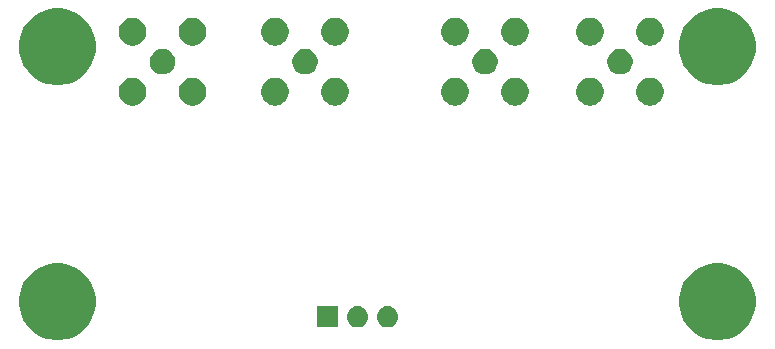
<source format=gbr>
G04 #@! TF.GenerationSoftware,KiCad,Pcbnew,(5.1.2)-2*
G04 #@! TF.CreationDate,2019-07-04T23:02:13+08:00*
G04 #@! TF.ProjectId,ADA4522,41444134-3532-4322-9e6b-696361645f70,rev?*
G04 #@! TF.SameCoordinates,Original*
G04 #@! TF.FileFunction,Soldermask,Bot*
G04 #@! TF.FilePolarity,Negative*
%FSLAX46Y46*%
G04 Gerber Fmt 4.6, Leading zero omitted, Abs format (unit mm)*
G04 Created by KiCad (PCBNEW (5.1.2)-2) date 2019-07-04 23:02:13*
%MOMM*%
%LPD*%
G04 APERTURE LIST*
%ADD10C,0.100000*%
G04 APERTURE END LIST*
D10*
G36*
X175894239Y-89521467D02*
G01*
X176208282Y-89583934D01*
X176799926Y-89829001D01*
X177332392Y-90184784D01*
X177785216Y-90637608D01*
X178140999Y-91170074D01*
X178386066Y-91761718D01*
X178511000Y-92389804D01*
X178511000Y-93030196D01*
X178386066Y-93658282D01*
X178140999Y-94249926D01*
X177893599Y-94620185D01*
X177818367Y-94732779D01*
X177785216Y-94782392D01*
X177332392Y-95235216D01*
X176799926Y-95590999D01*
X176208282Y-95836066D01*
X175894239Y-95898533D01*
X175580197Y-95961000D01*
X174939803Y-95961000D01*
X174625761Y-95898533D01*
X174311718Y-95836066D01*
X173720074Y-95590999D01*
X173187608Y-95235216D01*
X172734784Y-94782392D01*
X172701634Y-94732779D01*
X172626401Y-94620185D01*
X172379001Y-94249926D01*
X172133934Y-93658282D01*
X172009000Y-93030196D01*
X172009000Y-92389804D01*
X172133934Y-91761718D01*
X172379001Y-91170074D01*
X172734784Y-90637608D01*
X173187608Y-90184784D01*
X173720074Y-89829001D01*
X174311718Y-89583934D01*
X174625761Y-89521467D01*
X174939803Y-89459000D01*
X175580197Y-89459000D01*
X175894239Y-89521467D01*
X175894239Y-89521467D01*
G37*
G36*
X120014239Y-89521467D02*
G01*
X120328282Y-89583934D01*
X120919926Y-89829001D01*
X121452392Y-90184784D01*
X121905216Y-90637608D01*
X122260999Y-91170074D01*
X122506066Y-91761718D01*
X122631000Y-92389804D01*
X122631000Y-93030196D01*
X122506066Y-93658282D01*
X122260999Y-94249926D01*
X122013599Y-94620185D01*
X121938367Y-94732779D01*
X121905216Y-94782392D01*
X121452392Y-95235216D01*
X120919926Y-95590999D01*
X120328282Y-95836066D01*
X120014239Y-95898533D01*
X119700197Y-95961000D01*
X119059803Y-95961000D01*
X118745761Y-95898533D01*
X118431718Y-95836066D01*
X117840074Y-95590999D01*
X117307608Y-95235216D01*
X116854784Y-94782392D01*
X116821634Y-94732779D01*
X116746401Y-94620185D01*
X116499001Y-94249926D01*
X116253934Y-93658282D01*
X116129000Y-93030196D01*
X116129000Y-92389804D01*
X116253934Y-91761718D01*
X116499001Y-91170074D01*
X116854784Y-90637608D01*
X117307608Y-90184784D01*
X117840074Y-89829001D01*
X118431718Y-89583934D01*
X118745761Y-89521467D01*
X119059803Y-89459000D01*
X119700197Y-89459000D01*
X120014239Y-89521467D01*
X120014239Y-89521467D01*
G37*
G36*
X143141000Y-94881000D02*
G01*
X141339000Y-94881000D01*
X141339000Y-93079000D01*
X143141000Y-93079000D01*
X143141000Y-94881000D01*
X143141000Y-94881000D01*
G37*
G36*
X147430443Y-93085519D02*
G01*
X147496627Y-93092037D01*
X147666466Y-93143557D01*
X147822991Y-93227222D01*
X147858729Y-93256552D01*
X147960186Y-93339814D01*
X148043448Y-93441271D01*
X148072778Y-93477009D01*
X148156443Y-93633534D01*
X148207963Y-93803373D01*
X148225359Y-93980000D01*
X148207963Y-94156627D01*
X148156443Y-94326466D01*
X148072778Y-94482991D01*
X148043448Y-94518729D01*
X147960186Y-94620186D01*
X147858729Y-94703448D01*
X147822991Y-94732778D01*
X147666466Y-94816443D01*
X147496627Y-94867963D01*
X147430443Y-94874481D01*
X147364260Y-94881000D01*
X147275740Y-94881000D01*
X147209557Y-94874481D01*
X147143373Y-94867963D01*
X146973534Y-94816443D01*
X146817009Y-94732778D01*
X146781271Y-94703448D01*
X146679814Y-94620186D01*
X146596552Y-94518729D01*
X146567222Y-94482991D01*
X146483557Y-94326466D01*
X146432037Y-94156627D01*
X146414641Y-93980000D01*
X146432037Y-93803373D01*
X146483557Y-93633534D01*
X146567222Y-93477009D01*
X146596552Y-93441271D01*
X146679814Y-93339814D01*
X146781271Y-93256552D01*
X146817009Y-93227222D01*
X146973534Y-93143557D01*
X147143373Y-93092037D01*
X147209557Y-93085519D01*
X147275740Y-93079000D01*
X147364260Y-93079000D01*
X147430443Y-93085519D01*
X147430443Y-93085519D01*
G37*
G36*
X144890443Y-93085519D02*
G01*
X144956627Y-93092037D01*
X145126466Y-93143557D01*
X145282991Y-93227222D01*
X145318729Y-93256552D01*
X145420186Y-93339814D01*
X145503448Y-93441271D01*
X145532778Y-93477009D01*
X145616443Y-93633534D01*
X145667963Y-93803373D01*
X145685359Y-93980000D01*
X145667963Y-94156627D01*
X145616443Y-94326466D01*
X145532778Y-94482991D01*
X145503448Y-94518729D01*
X145420186Y-94620186D01*
X145318729Y-94703448D01*
X145282991Y-94732778D01*
X145126466Y-94816443D01*
X144956627Y-94867963D01*
X144890443Y-94874481D01*
X144824260Y-94881000D01*
X144735740Y-94881000D01*
X144669557Y-94874481D01*
X144603373Y-94867963D01*
X144433534Y-94816443D01*
X144277009Y-94732778D01*
X144241271Y-94703448D01*
X144139814Y-94620186D01*
X144056552Y-94518729D01*
X144027222Y-94482991D01*
X143943557Y-94326466D01*
X143892037Y-94156627D01*
X143874641Y-93980000D01*
X143892037Y-93803373D01*
X143943557Y-93633534D01*
X144027222Y-93477009D01*
X144056552Y-93441271D01*
X144139814Y-93339814D01*
X144241271Y-93256552D01*
X144277009Y-93227222D01*
X144433534Y-93143557D01*
X144603373Y-93092037D01*
X144669557Y-93085519D01*
X144735740Y-93079000D01*
X144824260Y-93079000D01*
X144890443Y-93085519D01*
X144890443Y-93085519D01*
G37*
G36*
X164656560Y-73769064D02*
G01*
X164808027Y-73799193D01*
X165022045Y-73887842D01*
X165022046Y-73887843D01*
X165214654Y-74016539D01*
X165378461Y-74180346D01*
X165464258Y-74308751D01*
X165507158Y-74372955D01*
X165595807Y-74586973D01*
X165641000Y-74814174D01*
X165641000Y-75045826D01*
X165595807Y-75273027D01*
X165507158Y-75487045D01*
X165507157Y-75487046D01*
X165378461Y-75679654D01*
X165214654Y-75843461D01*
X165086249Y-75929258D01*
X165022045Y-75972158D01*
X164808027Y-76060807D01*
X164656560Y-76090936D01*
X164580827Y-76106000D01*
X164349173Y-76106000D01*
X164273440Y-76090936D01*
X164121973Y-76060807D01*
X163907955Y-75972158D01*
X163843751Y-75929258D01*
X163715346Y-75843461D01*
X163551539Y-75679654D01*
X163422843Y-75487046D01*
X163422842Y-75487045D01*
X163334193Y-75273027D01*
X163289000Y-75045826D01*
X163289000Y-74814174D01*
X163334193Y-74586973D01*
X163422842Y-74372955D01*
X163465742Y-74308751D01*
X163551539Y-74180346D01*
X163715346Y-74016539D01*
X163907954Y-73887843D01*
X163907955Y-73887842D01*
X164121973Y-73799193D01*
X164273440Y-73769064D01*
X164349173Y-73754000D01*
X164580827Y-73754000D01*
X164656560Y-73769064D01*
X164656560Y-73769064D01*
G37*
G36*
X153226560Y-73769064D02*
G01*
X153378027Y-73799193D01*
X153592045Y-73887842D01*
X153592046Y-73887843D01*
X153784654Y-74016539D01*
X153948461Y-74180346D01*
X154034258Y-74308751D01*
X154077158Y-74372955D01*
X154165807Y-74586973D01*
X154211000Y-74814174D01*
X154211000Y-75045826D01*
X154165807Y-75273027D01*
X154077158Y-75487045D01*
X154077157Y-75487046D01*
X153948461Y-75679654D01*
X153784654Y-75843461D01*
X153656249Y-75929258D01*
X153592045Y-75972158D01*
X153378027Y-76060807D01*
X153226560Y-76090936D01*
X153150827Y-76106000D01*
X152919173Y-76106000D01*
X152843440Y-76090936D01*
X152691973Y-76060807D01*
X152477955Y-75972158D01*
X152413751Y-75929258D01*
X152285346Y-75843461D01*
X152121539Y-75679654D01*
X151992843Y-75487046D01*
X151992842Y-75487045D01*
X151904193Y-75273027D01*
X151859000Y-75045826D01*
X151859000Y-74814174D01*
X151904193Y-74586973D01*
X151992842Y-74372955D01*
X152035742Y-74308751D01*
X152121539Y-74180346D01*
X152285346Y-74016539D01*
X152477954Y-73887843D01*
X152477955Y-73887842D01*
X152691973Y-73799193D01*
X152843440Y-73769064D01*
X152919173Y-73754000D01*
X153150827Y-73754000D01*
X153226560Y-73769064D01*
X153226560Y-73769064D01*
G37*
G36*
X158306560Y-73769064D02*
G01*
X158458027Y-73799193D01*
X158672045Y-73887842D01*
X158672046Y-73887843D01*
X158864654Y-74016539D01*
X159028461Y-74180346D01*
X159114258Y-74308751D01*
X159157158Y-74372955D01*
X159245807Y-74586973D01*
X159291000Y-74814174D01*
X159291000Y-75045826D01*
X159245807Y-75273027D01*
X159157158Y-75487045D01*
X159157157Y-75487046D01*
X159028461Y-75679654D01*
X158864654Y-75843461D01*
X158736249Y-75929258D01*
X158672045Y-75972158D01*
X158458027Y-76060807D01*
X158306560Y-76090936D01*
X158230827Y-76106000D01*
X157999173Y-76106000D01*
X157923440Y-76090936D01*
X157771973Y-76060807D01*
X157557955Y-75972158D01*
X157493751Y-75929258D01*
X157365346Y-75843461D01*
X157201539Y-75679654D01*
X157072843Y-75487046D01*
X157072842Y-75487045D01*
X156984193Y-75273027D01*
X156939000Y-75045826D01*
X156939000Y-74814174D01*
X156984193Y-74586973D01*
X157072842Y-74372955D01*
X157115742Y-74308751D01*
X157201539Y-74180346D01*
X157365346Y-74016539D01*
X157557954Y-73887843D01*
X157557955Y-73887842D01*
X157771973Y-73799193D01*
X157923440Y-73769064D01*
X157999173Y-73754000D01*
X158230827Y-73754000D01*
X158306560Y-73769064D01*
X158306560Y-73769064D01*
G37*
G36*
X169736560Y-73769064D02*
G01*
X169888027Y-73799193D01*
X170102045Y-73887842D01*
X170102046Y-73887843D01*
X170294654Y-74016539D01*
X170458461Y-74180346D01*
X170544258Y-74308751D01*
X170587158Y-74372955D01*
X170675807Y-74586973D01*
X170721000Y-74814174D01*
X170721000Y-75045826D01*
X170675807Y-75273027D01*
X170587158Y-75487045D01*
X170587157Y-75487046D01*
X170458461Y-75679654D01*
X170294654Y-75843461D01*
X170166249Y-75929258D01*
X170102045Y-75972158D01*
X169888027Y-76060807D01*
X169736560Y-76090936D01*
X169660827Y-76106000D01*
X169429173Y-76106000D01*
X169353440Y-76090936D01*
X169201973Y-76060807D01*
X168987955Y-75972158D01*
X168923751Y-75929258D01*
X168795346Y-75843461D01*
X168631539Y-75679654D01*
X168502843Y-75487046D01*
X168502842Y-75487045D01*
X168414193Y-75273027D01*
X168369000Y-75045826D01*
X168369000Y-74814174D01*
X168414193Y-74586973D01*
X168502842Y-74372955D01*
X168545742Y-74308751D01*
X168631539Y-74180346D01*
X168795346Y-74016539D01*
X168987954Y-73887843D01*
X168987955Y-73887842D01*
X169201973Y-73799193D01*
X169353440Y-73769064D01*
X169429173Y-73754000D01*
X169660827Y-73754000D01*
X169736560Y-73769064D01*
X169736560Y-73769064D01*
G37*
G36*
X137986560Y-73769064D02*
G01*
X138138027Y-73799193D01*
X138352045Y-73887842D01*
X138352046Y-73887843D01*
X138544654Y-74016539D01*
X138708461Y-74180346D01*
X138794258Y-74308751D01*
X138837158Y-74372955D01*
X138925807Y-74586973D01*
X138971000Y-74814174D01*
X138971000Y-75045826D01*
X138925807Y-75273027D01*
X138837158Y-75487045D01*
X138837157Y-75487046D01*
X138708461Y-75679654D01*
X138544654Y-75843461D01*
X138416249Y-75929258D01*
X138352045Y-75972158D01*
X138138027Y-76060807D01*
X137986560Y-76090936D01*
X137910827Y-76106000D01*
X137679173Y-76106000D01*
X137603440Y-76090936D01*
X137451973Y-76060807D01*
X137237955Y-75972158D01*
X137173751Y-75929258D01*
X137045346Y-75843461D01*
X136881539Y-75679654D01*
X136752843Y-75487046D01*
X136752842Y-75487045D01*
X136664193Y-75273027D01*
X136619000Y-75045826D01*
X136619000Y-74814174D01*
X136664193Y-74586973D01*
X136752842Y-74372955D01*
X136795742Y-74308751D01*
X136881539Y-74180346D01*
X137045346Y-74016539D01*
X137237954Y-73887843D01*
X137237955Y-73887842D01*
X137451973Y-73799193D01*
X137603440Y-73769064D01*
X137679173Y-73754000D01*
X137910827Y-73754000D01*
X137986560Y-73769064D01*
X137986560Y-73769064D01*
G37*
G36*
X143066560Y-73769064D02*
G01*
X143218027Y-73799193D01*
X143432045Y-73887842D01*
X143432046Y-73887843D01*
X143624654Y-74016539D01*
X143788461Y-74180346D01*
X143874258Y-74308751D01*
X143917158Y-74372955D01*
X144005807Y-74586973D01*
X144051000Y-74814174D01*
X144051000Y-75045826D01*
X144005807Y-75273027D01*
X143917158Y-75487045D01*
X143917157Y-75487046D01*
X143788461Y-75679654D01*
X143624654Y-75843461D01*
X143496249Y-75929258D01*
X143432045Y-75972158D01*
X143218027Y-76060807D01*
X143066560Y-76090936D01*
X142990827Y-76106000D01*
X142759173Y-76106000D01*
X142683440Y-76090936D01*
X142531973Y-76060807D01*
X142317955Y-75972158D01*
X142253751Y-75929258D01*
X142125346Y-75843461D01*
X141961539Y-75679654D01*
X141832843Y-75487046D01*
X141832842Y-75487045D01*
X141744193Y-75273027D01*
X141699000Y-75045826D01*
X141699000Y-74814174D01*
X141744193Y-74586973D01*
X141832842Y-74372955D01*
X141875742Y-74308751D01*
X141961539Y-74180346D01*
X142125346Y-74016539D01*
X142317954Y-73887843D01*
X142317955Y-73887842D01*
X142531973Y-73799193D01*
X142683440Y-73769064D01*
X142759173Y-73754000D01*
X142990827Y-73754000D01*
X143066560Y-73769064D01*
X143066560Y-73769064D01*
G37*
G36*
X131001560Y-73769064D02*
G01*
X131153027Y-73799193D01*
X131367045Y-73887842D01*
X131367046Y-73887843D01*
X131559654Y-74016539D01*
X131723461Y-74180346D01*
X131809258Y-74308751D01*
X131852158Y-74372955D01*
X131940807Y-74586973D01*
X131986000Y-74814174D01*
X131986000Y-75045826D01*
X131940807Y-75273027D01*
X131852158Y-75487045D01*
X131852157Y-75487046D01*
X131723461Y-75679654D01*
X131559654Y-75843461D01*
X131431249Y-75929258D01*
X131367045Y-75972158D01*
X131153027Y-76060807D01*
X131001560Y-76090936D01*
X130925827Y-76106000D01*
X130694173Y-76106000D01*
X130618440Y-76090936D01*
X130466973Y-76060807D01*
X130252955Y-75972158D01*
X130188751Y-75929258D01*
X130060346Y-75843461D01*
X129896539Y-75679654D01*
X129767843Y-75487046D01*
X129767842Y-75487045D01*
X129679193Y-75273027D01*
X129634000Y-75045826D01*
X129634000Y-74814174D01*
X129679193Y-74586973D01*
X129767842Y-74372955D01*
X129810742Y-74308751D01*
X129896539Y-74180346D01*
X130060346Y-74016539D01*
X130252954Y-73887843D01*
X130252955Y-73887842D01*
X130466973Y-73799193D01*
X130618440Y-73769064D01*
X130694173Y-73754000D01*
X130925827Y-73754000D01*
X131001560Y-73769064D01*
X131001560Y-73769064D01*
G37*
G36*
X125921560Y-73769064D02*
G01*
X126073027Y-73799193D01*
X126287045Y-73887842D01*
X126287046Y-73887843D01*
X126479654Y-74016539D01*
X126643461Y-74180346D01*
X126729258Y-74308751D01*
X126772158Y-74372955D01*
X126860807Y-74586973D01*
X126906000Y-74814174D01*
X126906000Y-75045826D01*
X126860807Y-75273027D01*
X126772158Y-75487045D01*
X126772157Y-75487046D01*
X126643461Y-75679654D01*
X126479654Y-75843461D01*
X126351249Y-75929258D01*
X126287045Y-75972158D01*
X126073027Y-76060807D01*
X125921560Y-76090936D01*
X125845827Y-76106000D01*
X125614173Y-76106000D01*
X125538440Y-76090936D01*
X125386973Y-76060807D01*
X125172955Y-75972158D01*
X125108751Y-75929258D01*
X124980346Y-75843461D01*
X124816539Y-75679654D01*
X124687843Y-75487046D01*
X124687842Y-75487045D01*
X124599193Y-75273027D01*
X124554000Y-75045826D01*
X124554000Y-74814174D01*
X124599193Y-74586973D01*
X124687842Y-74372955D01*
X124730742Y-74308751D01*
X124816539Y-74180346D01*
X124980346Y-74016539D01*
X125172954Y-73887843D01*
X125172955Y-73887842D01*
X125386973Y-73799193D01*
X125538440Y-73769064D01*
X125614173Y-73754000D01*
X125845827Y-73754000D01*
X125921560Y-73769064D01*
X125921560Y-73769064D01*
G37*
G36*
X120014239Y-67931467D02*
G01*
X120328282Y-67993934D01*
X120919926Y-68239001D01*
X121346477Y-68524014D01*
X121452391Y-68594783D01*
X121905217Y-69047609D01*
X121975986Y-69153523D01*
X122260999Y-69580074D01*
X122506066Y-70171718D01*
X122552875Y-70407045D01*
X122631000Y-70799803D01*
X122631000Y-71440197D01*
X122608320Y-71554216D01*
X122506066Y-72068282D01*
X122260999Y-72659926D01*
X121905216Y-73192392D01*
X121452392Y-73645216D01*
X120919926Y-74000999D01*
X120328282Y-74246066D01*
X120014239Y-74308533D01*
X119700197Y-74371000D01*
X119059803Y-74371000D01*
X118745761Y-74308533D01*
X118431718Y-74246066D01*
X117840074Y-74000999D01*
X117307608Y-73645216D01*
X116854784Y-73192392D01*
X116499001Y-72659926D01*
X116253934Y-72068282D01*
X116151680Y-71554216D01*
X116129000Y-71440197D01*
X116129000Y-70799803D01*
X116207125Y-70407045D01*
X116253934Y-70171718D01*
X116499001Y-69580074D01*
X116784014Y-69153523D01*
X116854783Y-69047609D01*
X117307609Y-68594783D01*
X117413523Y-68524014D01*
X117840074Y-68239001D01*
X118431718Y-67993934D01*
X118745761Y-67931467D01*
X119059803Y-67869000D01*
X119700197Y-67869000D01*
X120014239Y-67931467D01*
X120014239Y-67931467D01*
G37*
G36*
X175894239Y-67931467D02*
G01*
X176208282Y-67993934D01*
X176799926Y-68239001D01*
X177226477Y-68524014D01*
X177332391Y-68594783D01*
X177785217Y-69047609D01*
X177855986Y-69153523D01*
X178140999Y-69580074D01*
X178386066Y-70171718D01*
X178432875Y-70407045D01*
X178511000Y-70799803D01*
X178511000Y-71440197D01*
X178488320Y-71554216D01*
X178386066Y-72068282D01*
X178140999Y-72659926D01*
X177785216Y-73192392D01*
X177332392Y-73645216D01*
X176799926Y-74000999D01*
X176208282Y-74246066D01*
X175894239Y-74308533D01*
X175580197Y-74371000D01*
X174939803Y-74371000D01*
X174625761Y-74308533D01*
X174311718Y-74246066D01*
X173720074Y-74000999D01*
X173187608Y-73645216D01*
X172734784Y-73192392D01*
X172379001Y-72659926D01*
X172133934Y-72068282D01*
X172031680Y-71554216D01*
X172009000Y-71440197D01*
X172009000Y-70799803D01*
X172087125Y-70407045D01*
X172133934Y-70171718D01*
X172379001Y-69580074D01*
X172664014Y-69153523D01*
X172734783Y-69047609D01*
X173187609Y-68594783D01*
X173293523Y-68524014D01*
X173720074Y-68239001D01*
X174311718Y-67993934D01*
X174625761Y-67931467D01*
X174939803Y-67869000D01*
X175580197Y-67869000D01*
X175894239Y-67931467D01*
X175894239Y-67931467D01*
G37*
G36*
X155750271Y-71327783D02*
G01*
X155888858Y-71355350D01*
X156084677Y-71436461D01*
X156260910Y-71554216D01*
X156410784Y-71704090D01*
X156528539Y-71880323D01*
X156609650Y-72076142D01*
X156651000Y-72284023D01*
X156651000Y-72495977D01*
X156609650Y-72703858D01*
X156528539Y-72899677D01*
X156410784Y-73075910D01*
X156260910Y-73225784D01*
X156084677Y-73343539D01*
X155888858Y-73424650D01*
X155750271Y-73452217D01*
X155680978Y-73466000D01*
X155469022Y-73466000D01*
X155399729Y-73452217D01*
X155261142Y-73424650D01*
X155065323Y-73343539D01*
X154889090Y-73225784D01*
X154739216Y-73075910D01*
X154621461Y-72899677D01*
X154540350Y-72703858D01*
X154499000Y-72495977D01*
X154499000Y-72284023D01*
X154540350Y-72076142D01*
X154621461Y-71880323D01*
X154739216Y-71704090D01*
X154889090Y-71554216D01*
X155065323Y-71436461D01*
X155261142Y-71355350D01*
X155399729Y-71327783D01*
X155469022Y-71314000D01*
X155680978Y-71314000D01*
X155750271Y-71327783D01*
X155750271Y-71327783D01*
G37*
G36*
X167180271Y-71327783D02*
G01*
X167318858Y-71355350D01*
X167514677Y-71436461D01*
X167690910Y-71554216D01*
X167840784Y-71704090D01*
X167958539Y-71880323D01*
X168039650Y-72076142D01*
X168081000Y-72284023D01*
X168081000Y-72495977D01*
X168039650Y-72703858D01*
X167958539Y-72899677D01*
X167840784Y-73075910D01*
X167690910Y-73225784D01*
X167514677Y-73343539D01*
X167318858Y-73424650D01*
X167180271Y-73452217D01*
X167110978Y-73466000D01*
X166899022Y-73466000D01*
X166829729Y-73452217D01*
X166691142Y-73424650D01*
X166495323Y-73343539D01*
X166319090Y-73225784D01*
X166169216Y-73075910D01*
X166051461Y-72899677D01*
X165970350Y-72703858D01*
X165929000Y-72495977D01*
X165929000Y-72284023D01*
X165970350Y-72076142D01*
X166051461Y-71880323D01*
X166169216Y-71704090D01*
X166319090Y-71554216D01*
X166495323Y-71436461D01*
X166691142Y-71355350D01*
X166829729Y-71327783D01*
X166899022Y-71314000D01*
X167110978Y-71314000D01*
X167180271Y-71327783D01*
X167180271Y-71327783D01*
G37*
G36*
X128445271Y-71327783D02*
G01*
X128583858Y-71355350D01*
X128779677Y-71436461D01*
X128955910Y-71554216D01*
X129105784Y-71704090D01*
X129223539Y-71880323D01*
X129304650Y-72076142D01*
X129346000Y-72284023D01*
X129346000Y-72495977D01*
X129304650Y-72703858D01*
X129223539Y-72899677D01*
X129105784Y-73075910D01*
X128955910Y-73225784D01*
X128779677Y-73343539D01*
X128583858Y-73424650D01*
X128445271Y-73452217D01*
X128375978Y-73466000D01*
X128164022Y-73466000D01*
X128094729Y-73452217D01*
X127956142Y-73424650D01*
X127760323Y-73343539D01*
X127584090Y-73225784D01*
X127434216Y-73075910D01*
X127316461Y-72899677D01*
X127235350Y-72703858D01*
X127194000Y-72495977D01*
X127194000Y-72284023D01*
X127235350Y-72076142D01*
X127316461Y-71880323D01*
X127434216Y-71704090D01*
X127584090Y-71554216D01*
X127760323Y-71436461D01*
X127956142Y-71355350D01*
X128094729Y-71327783D01*
X128164022Y-71314000D01*
X128375978Y-71314000D01*
X128445271Y-71327783D01*
X128445271Y-71327783D01*
G37*
G36*
X140510271Y-71327783D02*
G01*
X140648858Y-71355350D01*
X140844677Y-71436461D01*
X141020910Y-71554216D01*
X141170784Y-71704090D01*
X141288539Y-71880323D01*
X141369650Y-72076142D01*
X141411000Y-72284023D01*
X141411000Y-72495977D01*
X141369650Y-72703858D01*
X141288539Y-72899677D01*
X141170784Y-73075910D01*
X141020910Y-73225784D01*
X140844677Y-73343539D01*
X140648858Y-73424650D01*
X140510271Y-73452217D01*
X140440978Y-73466000D01*
X140229022Y-73466000D01*
X140159729Y-73452217D01*
X140021142Y-73424650D01*
X139825323Y-73343539D01*
X139649090Y-73225784D01*
X139499216Y-73075910D01*
X139381461Y-72899677D01*
X139300350Y-72703858D01*
X139259000Y-72495977D01*
X139259000Y-72284023D01*
X139300350Y-72076142D01*
X139381461Y-71880323D01*
X139499216Y-71704090D01*
X139649090Y-71554216D01*
X139825323Y-71436461D01*
X140021142Y-71355350D01*
X140159729Y-71327783D01*
X140229022Y-71314000D01*
X140440978Y-71314000D01*
X140510271Y-71327783D01*
X140510271Y-71327783D01*
G37*
G36*
X158306560Y-68689064D02*
G01*
X158458027Y-68719193D01*
X158672045Y-68807842D01*
X158672046Y-68807843D01*
X158864654Y-68936539D01*
X159028461Y-69100346D01*
X159114258Y-69228751D01*
X159157158Y-69292955D01*
X159245807Y-69506973D01*
X159291000Y-69734174D01*
X159291000Y-69965826D01*
X159245807Y-70193027D01*
X159157158Y-70407045D01*
X159157157Y-70407046D01*
X159028461Y-70599654D01*
X158864654Y-70763461D01*
X158736249Y-70849258D01*
X158672045Y-70892158D01*
X158458027Y-70980807D01*
X158306560Y-71010936D01*
X158230827Y-71026000D01*
X157999173Y-71026000D01*
X157923440Y-71010936D01*
X157771973Y-70980807D01*
X157557955Y-70892158D01*
X157493751Y-70849258D01*
X157365346Y-70763461D01*
X157201539Y-70599654D01*
X157072843Y-70407046D01*
X157072842Y-70407045D01*
X156984193Y-70193027D01*
X156939000Y-69965826D01*
X156939000Y-69734174D01*
X156984193Y-69506973D01*
X157072842Y-69292955D01*
X157115742Y-69228751D01*
X157201539Y-69100346D01*
X157365346Y-68936539D01*
X157557954Y-68807843D01*
X157557955Y-68807842D01*
X157771973Y-68719193D01*
X157923440Y-68689064D01*
X157999173Y-68674000D01*
X158230827Y-68674000D01*
X158306560Y-68689064D01*
X158306560Y-68689064D01*
G37*
G36*
X153226560Y-68689064D02*
G01*
X153378027Y-68719193D01*
X153592045Y-68807842D01*
X153592046Y-68807843D01*
X153784654Y-68936539D01*
X153948461Y-69100346D01*
X154034258Y-69228751D01*
X154077158Y-69292955D01*
X154165807Y-69506973D01*
X154211000Y-69734174D01*
X154211000Y-69965826D01*
X154165807Y-70193027D01*
X154077158Y-70407045D01*
X154077157Y-70407046D01*
X153948461Y-70599654D01*
X153784654Y-70763461D01*
X153656249Y-70849258D01*
X153592045Y-70892158D01*
X153378027Y-70980807D01*
X153226560Y-71010936D01*
X153150827Y-71026000D01*
X152919173Y-71026000D01*
X152843440Y-71010936D01*
X152691973Y-70980807D01*
X152477955Y-70892158D01*
X152413751Y-70849258D01*
X152285346Y-70763461D01*
X152121539Y-70599654D01*
X151992843Y-70407046D01*
X151992842Y-70407045D01*
X151904193Y-70193027D01*
X151859000Y-69965826D01*
X151859000Y-69734174D01*
X151904193Y-69506973D01*
X151992842Y-69292955D01*
X152035742Y-69228751D01*
X152121539Y-69100346D01*
X152285346Y-68936539D01*
X152477954Y-68807843D01*
X152477955Y-68807842D01*
X152691973Y-68719193D01*
X152843440Y-68689064D01*
X152919173Y-68674000D01*
X153150827Y-68674000D01*
X153226560Y-68689064D01*
X153226560Y-68689064D01*
G37*
G36*
X131001560Y-68689064D02*
G01*
X131153027Y-68719193D01*
X131367045Y-68807842D01*
X131367046Y-68807843D01*
X131559654Y-68936539D01*
X131723461Y-69100346D01*
X131809258Y-69228751D01*
X131852158Y-69292955D01*
X131940807Y-69506973D01*
X131986000Y-69734174D01*
X131986000Y-69965826D01*
X131940807Y-70193027D01*
X131852158Y-70407045D01*
X131852157Y-70407046D01*
X131723461Y-70599654D01*
X131559654Y-70763461D01*
X131431249Y-70849258D01*
X131367045Y-70892158D01*
X131153027Y-70980807D01*
X131001560Y-71010936D01*
X130925827Y-71026000D01*
X130694173Y-71026000D01*
X130618440Y-71010936D01*
X130466973Y-70980807D01*
X130252955Y-70892158D01*
X130188751Y-70849258D01*
X130060346Y-70763461D01*
X129896539Y-70599654D01*
X129767843Y-70407046D01*
X129767842Y-70407045D01*
X129679193Y-70193027D01*
X129634000Y-69965826D01*
X129634000Y-69734174D01*
X129679193Y-69506973D01*
X129767842Y-69292955D01*
X129810742Y-69228751D01*
X129896539Y-69100346D01*
X130060346Y-68936539D01*
X130252954Y-68807843D01*
X130252955Y-68807842D01*
X130466973Y-68719193D01*
X130618440Y-68689064D01*
X130694173Y-68674000D01*
X130925827Y-68674000D01*
X131001560Y-68689064D01*
X131001560Y-68689064D01*
G37*
G36*
X137986560Y-68689064D02*
G01*
X138138027Y-68719193D01*
X138352045Y-68807842D01*
X138352046Y-68807843D01*
X138544654Y-68936539D01*
X138708461Y-69100346D01*
X138794258Y-69228751D01*
X138837158Y-69292955D01*
X138925807Y-69506973D01*
X138971000Y-69734174D01*
X138971000Y-69965826D01*
X138925807Y-70193027D01*
X138837158Y-70407045D01*
X138837157Y-70407046D01*
X138708461Y-70599654D01*
X138544654Y-70763461D01*
X138416249Y-70849258D01*
X138352045Y-70892158D01*
X138138027Y-70980807D01*
X137986560Y-71010936D01*
X137910827Y-71026000D01*
X137679173Y-71026000D01*
X137603440Y-71010936D01*
X137451973Y-70980807D01*
X137237955Y-70892158D01*
X137173751Y-70849258D01*
X137045346Y-70763461D01*
X136881539Y-70599654D01*
X136752843Y-70407046D01*
X136752842Y-70407045D01*
X136664193Y-70193027D01*
X136619000Y-69965826D01*
X136619000Y-69734174D01*
X136664193Y-69506973D01*
X136752842Y-69292955D01*
X136795742Y-69228751D01*
X136881539Y-69100346D01*
X137045346Y-68936539D01*
X137237954Y-68807843D01*
X137237955Y-68807842D01*
X137451973Y-68719193D01*
X137603440Y-68689064D01*
X137679173Y-68674000D01*
X137910827Y-68674000D01*
X137986560Y-68689064D01*
X137986560Y-68689064D01*
G37*
G36*
X143066560Y-68689064D02*
G01*
X143218027Y-68719193D01*
X143432045Y-68807842D01*
X143432046Y-68807843D01*
X143624654Y-68936539D01*
X143788461Y-69100346D01*
X143874258Y-69228751D01*
X143917158Y-69292955D01*
X144005807Y-69506973D01*
X144051000Y-69734174D01*
X144051000Y-69965826D01*
X144005807Y-70193027D01*
X143917158Y-70407045D01*
X143917157Y-70407046D01*
X143788461Y-70599654D01*
X143624654Y-70763461D01*
X143496249Y-70849258D01*
X143432045Y-70892158D01*
X143218027Y-70980807D01*
X143066560Y-71010936D01*
X142990827Y-71026000D01*
X142759173Y-71026000D01*
X142683440Y-71010936D01*
X142531973Y-70980807D01*
X142317955Y-70892158D01*
X142253751Y-70849258D01*
X142125346Y-70763461D01*
X141961539Y-70599654D01*
X141832843Y-70407046D01*
X141832842Y-70407045D01*
X141744193Y-70193027D01*
X141699000Y-69965826D01*
X141699000Y-69734174D01*
X141744193Y-69506973D01*
X141832842Y-69292955D01*
X141875742Y-69228751D01*
X141961539Y-69100346D01*
X142125346Y-68936539D01*
X142317954Y-68807843D01*
X142317955Y-68807842D01*
X142531973Y-68719193D01*
X142683440Y-68689064D01*
X142759173Y-68674000D01*
X142990827Y-68674000D01*
X143066560Y-68689064D01*
X143066560Y-68689064D01*
G37*
G36*
X125921560Y-68689064D02*
G01*
X126073027Y-68719193D01*
X126287045Y-68807842D01*
X126287046Y-68807843D01*
X126479654Y-68936539D01*
X126643461Y-69100346D01*
X126729258Y-69228751D01*
X126772158Y-69292955D01*
X126860807Y-69506973D01*
X126906000Y-69734174D01*
X126906000Y-69965826D01*
X126860807Y-70193027D01*
X126772158Y-70407045D01*
X126772157Y-70407046D01*
X126643461Y-70599654D01*
X126479654Y-70763461D01*
X126351249Y-70849258D01*
X126287045Y-70892158D01*
X126073027Y-70980807D01*
X125921560Y-71010936D01*
X125845827Y-71026000D01*
X125614173Y-71026000D01*
X125538440Y-71010936D01*
X125386973Y-70980807D01*
X125172955Y-70892158D01*
X125108751Y-70849258D01*
X124980346Y-70763461D01*
X124816539Y-70599654D01*
X124687843Y-70407046D01*
X124687842Y-70407045D01*
X124599193Y-70193027D01*
X124554000Y-69965826D01*
X124554000Y-69734174D01*
X124599193Y-69506973D01*
X124687842Y-69292955D01*
X124730742Y-69228751D01*
X124816539Y-69100346D01*
X124980346Y-68936539D01*
X125172954Y-68807843D01*
X125172955Y-68807842D01*
X125386973Y-68719193D01*
X125538440Y-68689064D01*
X125614173Y-68674000D01*
X125845827Y-68674000D01*
X125921560Y-68689064D01*
X125921560Y-68689064D01*
G37*
G36*
X169736560Y-68689064D02*
G01*
X169888027Y-68719193D01*
X170102045Y-68807842D01*
X170102046Y-68807843D01*
X170294654Y-68936539D01*
X170458461Y-69100346D01*
X170544258Y-69228751D01*
X170587158Y-69292955D01*
X170675807Y-69506973D01*
X170721000Y-69734174D01*
X170721000Y-69965826D01*
X170675807Y-70193027D01*
X170587158Y-70407045D01*
X170587157Y-70407046D01*
X170458461Y-70599654D01*
X170294654Y-70763461D01*
X170166249Y-70849258D01*
X170102045Y-70892158D01*
X169888027Y-70980807D01*
X169736560Y-71010936D01*
X169660827Y-71026000D01*
X169429173Y-71026000D01*
X169353440Y-71010936D01*
X169201973Y-70980807D01*
X168987955Y-70892158D01*
X168923751Y-70849258D01*
X168795346Y-70763461D01*
X168631539Y-70599654D01*
X168502843Y-70407046D01*
X168502842Y-70407045D01*
X168414193Y-70193027D01*
X168369000Y-69965826D01*
X168369000Y-69734174D01*
X168414193Y-69506973D01*
X168502842Y-69292955D01*
X168545742Y-69228751D01*
X168631539Y-69100346D01*
X168795346Y-68936539D01*
X168987954Y-68807843D01*
X168987955Y-68807842D01*
X169201973Y-68719193D01*
X169353440Y-68689064D01*
X169429173Y-68674000D01*
X169660827Y-68674000D01*
X169736560Y-68689064D01*
X169736560Y-68689064D01*
G37*
G36*
X164656560Y-68689064D02*
G01*
X164808027Y-68719193D01*
X165022045Y-68807842D01*
X165022046Y-68807843D01*
X165214654Y-68936539D01*
X165378461Y-69100346D01*
X165464258Y-69228751D01*
X165507158Y-69292955D01*
X165595807Y-69506973D01*
X165641000Y-69734174D01*
X165641000Y-69965826D01*
X165595807Y-70193027D01*
X165507158Y-70407045D01*
X165507157Y-70407046D01*
X165378461Y-70599654D01*
X165214654Y-70763461D01*
X165086249Y-70849258D01*
X165022045Y-70892158D01*
X164808027Y-70980807D01*
X164656560Y-71010936D01*
X164580827Y-71026000D01*
X164349173Y-71026000D01*
X164273440Y-71010936D01*
X164121973Y-70980807D01*
X163907955Y-70892158D01*
X163843751Y-70849258D01*
X163715346Y-70763461D01*
X163551539Y-70599654D01*
X163422843Y-70407046D01*
X163422842Y-70407045D01*
X163334193Y-70193027D01*
X163289000Y-69965826D01*
X163289000Y-69734174D01*
X163334193Y-69506973D01*
X163422842Y-69292955D01*
X163465742Y-69228751D01*
X163551539Y-69100346D01*
X163715346Y-68936539D01*
X163907954Y-68807843D01*
X163907955Y-68807842D01*
X164121973Y-68719193D01*
X164273440Y-68689064D01*
X164349173Y-68674000D01*
X164580827Y-68674000D01*
X164656560Y-68689064D01*
X164656560Y-68689064D01*
G37*
M02*

</source>
